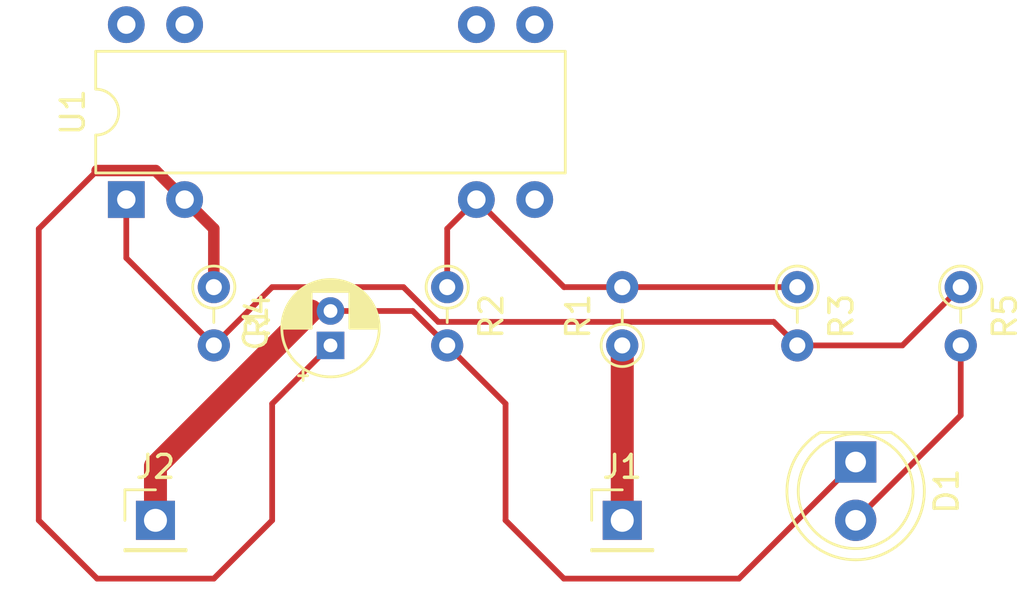
<source format=kicad_pcb>
(kicad_pcb (version 20221018) (generator pcbnew)
  (layers (0 "F.Cu" signal) (31 "B.Cu" signal) (34 "B.Paste" user) (35 "F.Paste" user) (36 "B.SilkS" user "B.Silkscreen") (37 "F.SilkS" user "F.Silkscreen") (38 "B.Mask" user) (39 "F.Mask" user) (44 "Edge.Cuts" user))
  (net 0 "")
  (net 1 "Net-(C1-Pad1)")
  (net 2 "GND")
  (net 3 "Net-(D1-Pad2)")
  (net 4 "+5V")
  (net 5 "Net-(R1-Pad2)")
  (net 6 "Net-(R3-Pad2)")
  (footprint "Connector_PinHeader_2.54mm:PinHeader_1x01_P2.54mm_Vertical" (layer "F.Cu") (at 121.92 81.28)
    (fp_text reference "J2" (at 0 -2.33) (layer "F.SilkS"))
    (fp_text value "Conn_01x01_Male")
    (fp_line (start -1.33 -1.33) (end 0 -1.33) (stroke (width 0.12)) (layer "F.SilkS"))
    (fp_line (start -1.33 0) (end -1.33 -1.33) (stroke (width 0.12)) (layer "F.SilkS"))
    (fp_line (start -1.33 1.27) (end -1.33 1.33) (stroke (width 0.12)) (layer "F.SilkS"))
    (fp_line (start -1.33 1.27) (end 1.33 1.27) (stroke (width 0.12)) (layer "F.SilkS"))
    (fp_line (start -1.33 1.33) (end 1.33 1.33) (stroke (width 0.12)) (layer "F.SilkS"))
    (fp_line (start 1.33 1.27) (end 1.33 1.33) (stroke (width 0.12)) (layer "F.SilkS"))
    (pad "1" thru_hole rect (at 0 0) (size 1.7 1.7) (drill 1) (layers "*.Cu" "*.Mask") (net 2 "GND"))
  )
  (footprint "Resistor_THT:R_Axial_DIN0204_L3.6mm_D1.6mm_P2.54mm_Vertical" (layer "F.Cu") (at 156.975199 71.12 -90)
    (fp_text reference "R5" (at 1.27 -1.92 90) (layer "F.SilkS"))
    (fp_text value "220k")
    (fp_line (start 0.92 0) (end 1.54 0) (stroke (width 0.12)) (layer "F.SilkS"))
    (fp_circle (center 0 0) (end 0.92 0) (stroke (width 0.12)) (fill none) (layer "F.SilkS"))
    (pad "1" thru_hole circle (at 0 0 270) (size 1.4 1.4) (drill 0.7) (layers "*.Cu" "*.Mask") (net 6 "Net-(R3-Pad2)"))
    (pad "2" thru_hole oval (at 2.54 0 270) (size 1.4 1.4) (drill 0.7) (layers "*.Cu" "*.Mask") (net 3 "Net-(D1-Pad2)"))
  )
  (footprint "Package_DIP:DIP-8-16_W7.62mm" (layer "F.Cu") (at 120.65 67.305 90)
    (fp_text reference "U1" (at 3.81 -2.33 90) (layer "F.SilkS"))
    (fp_text value "LM358")
    (fp_line (start 1.16 -1.33) (end 1.16 19.11) (stroke (width 0.12)) (layer "F.SilkS"))
    (fp_line (start 1.16 19.11) (end 6.46 19.11) (stroke (width 0.12)) (layer "F.SilkS"))
    (fp_line (start 2.81 -1.33) (end 1.16 -1.33) (stroke (width 0.12)) (layer "F.SilkS"))
    (fp_line (start 6.46 -1.33) (end 4.81 -1.33) (stroke (width 0.12)) (layer "F.SilkS"))
    (fp_line (start 6.46 19.11) (end 6.46 -1.33) (stroke (width 0.12)) (layer "F.SilkS"))
    (fp_arc (start 4.81 -1.33) (mid 3.81 -0.33) (end 2.81 -1.33) (stroke (width 0.12)) (layer "F.SilkS"))
    (pad "1" thru_hole rect (at 0 0 90) (size 1.6 1.6) (drill 0.8) (layers "*.Cu" "*.Mask") (net 6 "Net-(R3-Pad2)"))
    (pad "2" thru_hole circle (at 0 2.54 90) (size 1.6 1.6) (drill 0.8) (layers "*.Cu" "*.Mask") (net 1 "Net-(C1-Pad1)"))
    (pad "3" thru_hole circle (at 0 15.24 90) (size 1.6 1.6) (drill 0.8) (layers "*.Cu" "*.Mask") (net 5 "Net-(R1-Pad2)"))
    (pad "4" thru_hole circle (at 0 17.78 90) (size 1.6 1.6) (drill 0.8) (layers "*.Cu" "*.Mask"))
    (pad "5" thru_hole circle (at 7.62 17.78 90) (size 1.6 1.6) (drill 0.8) (layers "*.Cu" "*.Mask"))
    (pad "6" thru_hole circle (at 7.62 15.24 90) (size 1.6 1.6) (drill 0.8) (layers "*.Cu" "*.Mask"))
    (pad "7" thru_hole circle (at 7.62 2.54 90) (size 1.6 1.6) (drill 0.8) (layers "*.Cu" "*.Mask"))
    (pad "8" thru_hole circle (at 7.62 0 90) (size 1.6 1.6) (drill 0.8) (layers "*.Cu" "*.Mask"))
  )
  (footprint "LED_THT:LED_D5.0mm" (layer "F.Cu") (at 152.4 78.74 -90)
    (fp_text reference "D1" (at 1.27 -3.96 90) (layer "F.SilkS"))
    (fp_text value "LED")
    (fp_line (start -1.29 -1.545) (end -1.29 1.545) (stroke (width 0.12)) (layer "F.SilkS"))
    (fp_arc (start -1.29 -1.54483) (mid 2.072002 -2.880433) (end 4.26 0.000462) (stroke (width 0.12)) (layer "F.SilkS"))
    (fp_arc (start 4.26 -0.000462) (mid 2.072002 2.880433) (end -1.29 1.54483) (stroke (width 0.12)) (layer "F.SilkS"))
    (fp_circle (center 1.27 0) (end 3.77 0) (stroke (width 0.12)) (fill none) (layer "F.SilkS"))
    (pad "1" thru_hole rect (at 0 0 270) (size 1.8 1.8) (drill 0.9) (layers "*.Cu" "*.Mask") (net 2 "GND"))
    (pad "2" thru_hole circle (at 2.54 0 270) (size 1.8 1.8) (drill 0.9) (layers "*.Cu" "*.Mask") (net 3 "Net-(D1-Pad2)"))
  )
  (footprint "Resistor_THT:R_Axial_DIN0204_L3.6mm_D1.6mm_P2.54mm_Vertical" (layer "F.Cu") (at 149.86 71.12 -90)
    (fp_text reference "R3" (at 1.27 -1.92 90) (layer "F.SilkS"))
    (fp_text value "10k")
    (fp_line (start 0.92 0) (end 1.54 0) (stroke (width 0.12)) (layer "F.SilkS"))
    (fp_circle (center 0 0) (end 0.92 0) (stroke (width 0.12)) (fill none) (layer "F.SilkS"))
    (pad "1" thru_hole circle (at 0 0 270) (size 1.4 1.4) (drill 0.7) (layers "*.Cu" "*.Mask") (net 5 "Net-(R1-Pad2)"))
    (pad "2" thru_hole oval (at 2.54 0 270) (size 1.4 1.4) (drill 0.7) (layers "*.Cu" "*.Mask") (net 6 "Net-(R3-Pad2)"))
  )
  (footprint "Resistor_THT:R_Axial_DIN0204_L3.6mm_D1.6mm_P2.54mm_Vertical" (layer "F.Cu") (at 124.46 71.12 -90)
    (fp_text reference "R4" (at 1.27 -1.92 -270) (layer "F.SilkS"))
    (fp_text value "100k")
    (fp_line (start 0.92 0) (end 1.54 0) (stroke (width 0.12)) (layer "F.SilkS"))
    (fp_circle (center 0 0) (end 0.92 0) (stroke (width 0.12)) (fill none) (layer "F.SilkS"))
    (pad "1" thru_hole circle (at 0 0 270) (size 1.4 1.4) (drill 0.7) (layers "*.Cu" "*.Mask") (net 1 "Net-(C1-Pad1)"))
    (pad "2" thru_hole oval (at 2.54 0 270) (size 1.4 1.4) (drill 0.7) (layers "*.Cu" "*.Mask") (net 6 "Net-(R3-Pad2)"))
  )
  (footprint "Resistor_THT:R_Axial_DIN0204_L3.6mm_D1.6mm_P2.54mm_Vertical" (layer "F.Cu") (at 142.24 73.66 90)
    (fp_text reference "R1" (at 1.27 -1.92 90) (layer "F.SilkS"))
    (fp_text value "10k")
    (fp_line (start 0.92 0) (end 1.54 0) (stroke (width 0.12)) (layer "F.SilkS"))
    (fp_circle (center 0 0) (end 0.92 0) (stroke (width 0.12)) (fill none) (layer "F.SilkS"))
    (pad "1" thru_hole circle (at 0 0 90) (size 1.4 1.4) (drill 0.7) (layers "*.Cu" "*.Mask") (net 4 "+5V"))
    (pad "2" thru_hole oval (at 2.54 0 90) (size 1.4 1.4) (drill 0.7) (layers "*.Cu" "*.Mask") (net 5 "Net-(R1-Pad2)"))
  )
  (footprint "Capacitor_THT:CP_Radial_D4.0mm_P1.50mm" (layer "F.Cu") (at 129.54 73.66 90)
    (fp_text reference "C1" (at 0.75 -3.25 90) (layer "F.SilkS"))
    (fp_text value "C_Polarized_US")
    (fp_line (start -1.519801 -1.195) (end -1.119801 -1.195) (stroke (width 0.12)) (layer "F.SilkS"))
    (fp_line (start -1.319801 -1.395) (end -1.319801 -0.995) (stroke (width 0.12)) (layer "F.SilkS"))
    (fp_line (start 0.75 -2.08) (end 0.75 -0.84) (stroke (width 0.12)) (layer "F.SilkS"))
    (fp_line (start 0.75 0.84) (end 0.75 2.08) (stroke (width 0.12)) (layer "F.SilkS"))
    (fp_line (start 0.79 -2.08) (end 0.79 -0.84) (stroke (width 0.12)) (layer "F.SilkS"))
    (fp_line (start 0.79 0.84) (end 0.79 2.08) (stroke (width 0.12)) (layer "F.SilkS"))
    (fp_line (start 0.83 -2.079) (end 0.83 -0.84) (stroke (width 0.12)) (layer "F.SilkS"))
    (fp_line (start 0.83 0.84) (end 0.83 2.079) (stroke (width 0.12)) (layer "F.SilkS"))
    (fp_line (start 0.87 -2.077) (end 0.87 -0.84) (stroke (width 0.12)) (layer "F.SilkS"))
    (fp_line (start 0.87 0.84) (end 0.87 2.077) (stroke (width 0.12)) (layer "F.SilkS"))
    (fp_line (start 0.91 -2.074) (end 0.91 -0.84) (stroke (width 0.12)) (layer "F.SilkS"))
    (fp_line (start 0.91 0.84) (end 0.91 2.074) (stroke (width 0.12)) (layer "F.SilkS"))
    (fp_line (start 0.95 -2.071) (end 0.95 -0.84) (stroke (width 0.12)) (layer "F.SilkS"))
    (fp_line (start 0.95 0.84) (end 0.95 2.071) (stroke (width 0.12)) (layer "F.SilkS"))
    (fp_line (start 0.99 -2.067) (end 0.99 -0.84) (stroke (width 0.12)) (layer "F.SilkS"))
    (fp_line (start 0.99 0.84) (end 0.99 2.067) (stroke (width 0.12)) (layer "F.SilkS"))
    (fp_line (start 1.03 -2.062) (end 1.03 -0.84) (stroke (width 0.12)) (layer "F.SilkS"))
    (fp_line (start 1.03 0.84) (end 1.03 2.062) (stroke (width 0.12)) (layer "F.SilkS"))
    (fp_line (start 1.07 -2.056) (end 1.07 -0.84) (stroke (width 0.12)) (layer "F.SilkS"))
    (fp_line (start 1.07 0.84) (end 1.07 2.056) (stroke (width 0.12)) (layer "F.SilkS"))
    (fp_line (start 1.11 -2.05) (end 1.11 -0.84) (stroke (width 0.12)) (layer "F.SilkS"))
    (fp_line (start 1.11 0.84) (end 1.11 2.05) (stroke (width 0.12)) (layer "F.SilkS"))
    (fp_line (start 1.15 -2.042) (end 1.15 -0.84) (stroke (width 0.12)) (layer "F.SilkS"))
    (fp_line (start 1.15 0.84) (end 1.15 2.042) (stroke (width 0.12)) (layer "F.SilkS"))
    (fp_line (start 1.19 -2.034) (end 1.19 -0.84) (stroke (width 0.12)) (layer "F.SilkS"))
    (fp_line (start 1.19 0.84) (end 1.19 2.034) (stroke (width 0.12)) (layer "F.SilkS"))
    (fp_line (start 1.23 -2.025) (end 1.23 -0.84) (stroke (width 0.12)) (layer "F.SilkS"))
    (fp_line (start 1.23 0.84) (end 1.23 2.025) (stroke (width 0.12)) (layer "F.SilkS"))
    (fp_line (start 1.27 -2.016) (end 1.27 -0.84) (stroke (width 0.12)) (layer "F.SilkS"))
    (fp_line (start 1.27 0.84) (end 1.27 2.016) (stroke (width 0.12)) (layer "F.SilkS"))
    (fp_line (start 1.31 -2.005) (end 1.31 -0.84) (stroke (width 0.12)) (layer "F.SilkS"))
    (fp_line (start 1.31 0.84) (end 1.31 2.005) (stroke (width 0.12)) (layer "F.SilkS"))
    (fp_line (start 1.35 -1.994) (end 1.35 -0.84) (stroke (width 0.12)) (layer "F.SilkS"))
    (fp_line (start 1.35 0.84) (end 1.35 1.994) (stroke (width 0.12)) (layer "F.SilkS"))
    (fp_line (start 1.39 -1.982) (end 1.39 -0.84) (stroke (width 0.12)) (layer "F.SilkS"))
    (fp_line (start 1.39 0.84) (end 1.39 1.982) (stroke (width 0.12)) (layer "F.SilkS"))
    (fp_line (start 1.43 -1.968) (end 1.43 -0.84) (stroke (width 0.12)) (layer "F.SilkS"))
    (fp_line (start 1.43 0.84) (end 1.43 1.968) (stroke (width 0.12)) (layer "F.SilkS"))
    (fp_line (start 1.471 -1.954) (end 1.471 -0.84) (stroke (width 0.12)) (layer "F.SilkS"))
    (fp_line (start 1.471 0.84) (end 1.471 1.954) (stroke (width 0.12)) (layer "F.SilkS"))
    (fp_line (start 1.511 -1.94) (end 1.511 -0.84) (stroke (width 0.12)) (layer "F.SilkS"))
    (fp_line (start 1.511 0.84) (end 1.511 1.94) (stroke (width 0.12)) (layer "F.SilkS"))
    (fp_line (start 1.551 -1.924) (end 1.551 -0.84) (stroke (width 0.12)) (layer "F.SilkS"))
    (fp_line (start 1.551 0.84) (end 1.551 1.924) (stroke (width 0.12)) (layer "F.SilkS"))
    (fp_line (start 1.591 -1.907) (end 1.591 -0.84) (stroke (width 0.12)) (layer "F.SilkS"))
    (fp_line (start 1.591 0.84) (end 1.591 1.907) (stroke (width 0.12)) (layer "F.SilkS"))
    (fp_line (start 1.631 -1.889) (end 1.631 -0.84) (stroke (width 0.12)) (layer "F.SilkS"))
    (fp_line (start 1.631 0.84) (end 1.631 1.889) (stroke (width 0.12)) (layer "F.SilkS"))
    (fp_line (start 1.671 -1.87) (end 1.671 -0.84) (stroke (width 0.12)) (layer "F.SilkS"))
    (fp_line (start 1.671 0.84) (end 1.671 1.87) (stroke (width 0.12)) (layer "F.SilkS"))
    (fp_line (start 1.711 -1.851) (end 1.711 -0.84) (stroke (width 0.12)) (layer "F.SilkS"))
    (fp_line (start 1.711 0.84) (end 1.711 1.851) (stroke (width 0.12)) (layer "F.SilkS"))
    (fp_line (start 1.751 -1.83) (end 1.751 -0.84) (stroke (width 0.12)) (layer "F.SilkS"))
    (fp_line (start 1.751 0.84) (end 1.751 1.83) (stroke (width 0.12)) (layer "F.SilkS"))
    (fp_line (start 1.791 -1.808) (end 1.791 -0.84) (stroke (width 0.12)) (layer "F.SilkS"))
    (fp_line (start 1.791 0.84) (end 1.791 1.808) (stroke (width 0.12)) (layer "F.SilkS"))
    (fp_line (start 1.831 -1.785) (end 1.831 -0.84) (stroke (width 0.12)) (layer "F.SilkS"))
    (fp_line (start 1.831 0.84) (end 1.831 1.785) (stroke (width 0.12)) (layer "F.SilkS"))
    (fp_line (start 1.871 -1.76) (end 1.871 -0.84) (stroke (width 0.12)) (layer "F.SilkS"))
    (fp_line (start 1.871 0.84) (end 1.871 1.76) (stroke (width 0.12)) (layer "F.SilkS"))
    (fp_line (start 1.911 -1.735) (end 1.911 -0.84) (stroke (width 0.12)) (layer "F.SilkS"))
    (fp_line (start 1.911 0.84) (end 1.911 1.735) (stroke (width 0.12)) (layer "F.SilkS"))
    (fp_line (start 1.951 -1.708) (end 1.951 -0.84) (stroke (width 0.12)) (layer "F.SilkS"))
    (fp_line (start 1.951 0.84) (end 1.951 1.708) (stroke (width 0.12)) (layer "F.SilkS"))
    (fp_line (start 1.991 -1.68) (end 1.991 -0.84) (stroke (width 0.12)) (layer "F.SilkS"))
    (fp_line (start 1.991 0.84) (end 1.991 1.68) (stroke (width 0.12)) (layer "F.SilkS"))
    (fp_line (start 2.031 -1.65) (end 2.031 -0.84) (stroke (width 0.12)) (layer "F.SilkS"))
    (fp_line (start 2.031 0.84) (end 2.031 1.65) (stroke (width 0.12)) (layer "F.SilkS"))
    (fp_line (start 2.071 -1.619) (end 2.071 -0.84) (stroke (width 0.12)) (layer "F.SilkS"))
    (fp_line (start 2.071 0.84) (end 2.071 1.619) (stroke (width 0.12)) (layer "F.SilkS"))
    (fp_line (start 2.111 -1.587) (end 2.111 -0.84) (stroke (width 0.12)) (layer "F.SilkS"))
    (fp_line (start 2.111 0.84) (end 2.111 1.587) (stroke (width 0.12)) (layer "F.SilkS"))
    (fp_line (start 2.151 -1.552) (end 2.151 -0.84) (stroke (width 0.12)) (layer "F.SilkS"))
    (fp_line (start 2.151 0.84) (end 2.151 1.552) (stroke (width 0.12)) (layer "F.SilkS"))
    (fp_line (start 2.191 -1.516) (end 2.191 -0.84) (stroke (width 0.12)) (layer "F.SilkS"))
    (fp_line (start 2.191 0.84) (end 2.191 1.516) (stroke (width 0.12)) (layer "F.SilkS"))
    (fp_line (start 2.231 -1.478) (end 2.231 -0.84) (stroke (width 0.12)) (layer "F.SilkS"))
    (fp_line (start 2.231 0.84) (end 2.231 1.478) (stroke (width 0.12)) (layer "F.SilkS"))
    (fp_line (start 2.271 -1.438) (end 2.271 -0.84) (stroke (width 0.12)) (layer "F.SilkS"))
    (fp_line (start 2.271 0.84) (end 2.271 1.438) (stroke (width 0.12)) (layer "F.SilkS"))
    (fp_line (start 2.311 -1.396) (end 2.311 -0.84) (stroke (width 0.12)) (layer "F.SilkS"))
    (fp_line (start 2.311 0.84) (end 2.311 1.396) (stroke (width 0.12)) (layer "F.SilkS"))
    (fp_line (start 2.351 -1.351) (end 2.351 1.351) (stroke (width 0.12)) (layer "F.SilkS"))
    (fp_line (start 2.391 -1.304) (end 2.391 1.304) (stroke (width 0.12)) (layer "F.SilkS"))
    (fp_line (start 2.431 -1.254) (end 2.431 1.254) (stroke (width 0.12)) (layer "F.SilkS"))
    (fp_line (start 2.471 -1.2) (end 2.471 1.2) (stroke (width 0.12)) (layer "F.SilkS"))
    (fp_line (start 2.511 -1.142) (end 2.511 1.142) (stroke (width 0.12)) (layer "F.SilkS"))
    (fp_line (start 2.551 -1.08) (end 2.551 1.08) (stroke (width 0.12)) (layer "F.SilkS"))
    (fp_line (start 2.591 -1.013) (end 2.591 1.013) (stroke (width 0.12)) (layer "F.SilkS"))
    (fp_line (start 2.631 -0.94) (end 2.631 0.94) (stroke (width 0.12)) (layer "F.SilkS"))
    (fp_line (start 2.671 -0.859) (end 2.671 0.859) (stroke (width 0.12)) (layer "F.SilkS"))
    (fp_line (start 2.711 -0.768) (end 2.711 0.768) (stroke (width 0.12)) (layer "F.SilkS"))
    (fp_line (start 2.751 -0.664) (end 2.751 0.664) (stroke (width 0.12)) (layer "F.SilkS"))
    (fp_line (start 2.791 -0.537) (end 2.791 0.537) (stroke (width 0.12)) (layer "F.SilkS"))
    (fp_line (start 2.831 -0.37) (end 2.831 0.37) (stroke (width 0.12)) (layer "F.SilkS"))
    (fp_circle (center 0.75 0) (end 2.87 0) (stroke (width 0.12)) (fill none) (layer "F.SilkS"))
    (pad "1" thru_hole rect (at 0 0 90) (size 1.2 1.2) (drill 0.6) (layers "*.Cu" "*.Mask") (net 1 "Net-(C1-Pad1)"))
    (pad "2" thru_hole circle (at 1.5 0 90) (size 1.2 1.2) (drill 0.6) (layers "*.Cu" "*.Mask") (net 2 "GND"))
  )
  (footprint "Resistor_THT:R_Axial_DIN0204_L3.6mm_D1.6mm_P2.54mm_Vertical" (layer "F.Cu") (at 134.62 71.12 -90)
    (fp_text reference "R2" (at 1.27 -1.92 90) (layer "F.SilkS"))
    (fp_text value "10k")
    (fp_line (start 0.92 0) (end 1.54 0) (stroke (width 0.12)) (layer "F.SilkS"))
    (fp_circle (center 0 0) (end 0.92 0) (stroke (width 0.12)) (fill none) (layer "F.SilkS"))
    (pad "1" thru_hole circle (at 0 0 270) (size 1.4 1.4) (drill 0.7) (layers "*.Cu" "*.Mask") (net 5 "Net-(R1-Pad2)"))
    (pad "2" thru_hole oval (at 2.54 0 270) (size 1.4 1.4) (drill 0.7) (layers "*.Cu" "*.Mask") (net 2 "GND"))
  )
  (footprint "Connector_PinHeader_2.54mm:PinHeader_1x01_P2.54mm_Vertical" (layer "F.Cu") (at 142.24 81.28)
    (fp_text reference "J1" (at 0 -2.33) (layer "F.SilkS"))
    (fp_text value "Conn_01x01_Male")
    (fp_line (start -1.33 -1.33) (end 0 -1.33) (stroke (width 0.12)) (layer "F.SilkS"))
    (fp_line (start -1.33 0) (end -1.33 -1.33) (stroke (width 0.12)) (layer "F.SilkS"))
    (fp_line (start -1.33 1.27) (end -1.33 1.33) (stroke (width 0.12)) (layer "F.SilkS"))
    (fp_line (start -1.33 1.27) (end 1.33 1.27) (stroke (width 0.12)) (layer "F.SilkS"))
    (fp_line (start -1.33 1.33) (end 1.33 1.33) (stroke (width 0.12)) (layer "F.SilkS"))
    (fp_line (start 1.33 1.27) (end 1.33 1.33) (stroke (width 0.12)) (layer "F.SilkS"))
    (pad "1" thru_hole rect (at 0 0) (size 1.7 1.7) (drill 1) (layers "*.Cu" "*.Mask") (net 4 "+5V"))
  )
  (segment (start 116.84 81.28) (end 119.38 83.82) (width 0.25) (layer "F.Cu") (net 1))
  (segment (start 127 76.2) (end 129.54 73.66) (width 0.25) (layer "F.Cu") (net 1))
  (segment (start 119.38 66.04) (end 116.84 68.58) (width 0.25) (layer "F.Cu") (net 1))
  (segment (start 121.925 66.04) (end 119.38 66.04) (width 0.5) (layer "F.Cu") (net 1))
  (segment (start 127 81.28) (end 127 76.2) (width 0.25) (layer "F.Cu") (net 1))
  (segment (start 119.38 83.82) (end 124.46 83.82) (width 0.25) (layer "F.Cu") (net 1))
  (segment (start 124.46 83.82) (end 127 81.28) (width 0.25) (layer "F.Cu") (net 1))
  (segment (start 124.46 71.12) (end 124.46 68.575) (width 0.5) (layer "F.Cu") (net 1))
  (segment (start 124.46 68.575) (end 123.19 67.305) (width 0.5) (layer "F.Cu") (net 1))
  (segment (start 116.84 68.58) (end 116.84 81.28) (width 0.25) (layer "F.Cu") (net 1))
  (segment (start 123.19 67.305) (end 121.925 66.04) (width 0.5) (layer "F.Cu") (net 1))
  (segment (start 137.16 81.28) (end 137.16 76.2) (width 0.25) (layer "F.Cu") (net 2))
  (segment (start 137.16 76.2) (end 134.62 73.66) (width 0.25) (layer "F.Cu") (net 2))
  (segment (start 147.32 83.82) (end 152.4 78.74) (width 0.25) (layer "F.Cu") (net 2))
  (segment (start 133.12 72.16) (end 134.62 73.66) (width 0.25) (layer "F.Cu") (net 2))
  (segment (start 121.92 78.931472) (end 128.691472 72.16) (width 1) (layer "F.Cu") (net 2))
  (segment (start 139.7 83.82) (end 147.32 83.82) (width 0.25) (layer "F.Cu") (net 2))
  (segment (start 128.691472 72.16) (end 129.54 72.16) (width 0.25) (layer "F.Cu") (net 2))
  (segment (start 139.7 83.82) (end 137.16 81.28) (width 0.25) (layer "F.Cu") (net 2))
  (segment (start 129.54 72.16) (end 133.12 72.16) (width 0.25) (layer "F.Cu") (net 2))
  (segment (start 121.92 81.28) (end 121.92 78.931472) (width 1) (layer "F.Cu") (net 2))
  (segment (start 156.975199 76.704801) (end 152.4 81.28) (width 0.25) (layer "F.Cu") (net 3))
  (segment (start 156.975199 73.66) (end 156.975199 76.704801) (width 0.25) (layer "F.Cu") (net 3))
  (segment (start 142.24 81.28) (end 142.24 73.66) (width 1) (layer "F.Cu") (net 4))
  (segment (start 134.62 68.575) (end 135.89 67.305) (width 0.25) (layer "F.Cu") (net 5))
  (segment (start 134.62 71.12) (end 134.62 68.575) (width 0.25) (layer "F.Cu") (net 5))
  (segment (start 142.24 71.12) (end 149.86 71.12) (width 0.25) (layer "F.Cu") (net 5))
  (segment (start 142.24 71.12) (end 139.705 71.12) (width 0.25) (layer "F.Cu") (net 5))
  (segment (start 139.705 71.12) (end 135.89 67.305) (width 0.25) (layer "F.Cu") (net 5))
  (segment (start 134.231396 72.635) (end 132.716396 71.12) (width 0.25) (layer "F.Cu") (net 6))
  (segment (start 154.435199 73.66) (end 156.975199 71.12) (width 0.25) (layer "F.Cu") (net 6))
  (segment (start 148.835 72.635) (end 134.231396 72.635) (width 0.25) (layer "F.Cu") (net 6))
  (segment (start 149.86 73.66) (end 148.835 72.635) (width 0.25) (layer "F.Cu") (net 6))
  (segment (start 120.65 69.85) (end 120.65 67.305) (width 0.25) (layer "F.Cu") (net 6))
  (segment (start 149.86 73.66) (end 154.435199 73.66) (width 0.25) (layer "F.Cu") (net 6))
  (segment (start 124.46 73.66) (end 120.65 69.85) (width 0.25) (layer "F.Cu") (net 6))
  (segment (start 127 71.12) (end 124.46 73.66) (width 0.25) (layer "F.Cu") (net 6))
  (segment (start 132.716396 71.12) (end 127 71.12) (width 0.25) (layer "F.Cu") (net 6))
)
</source>
